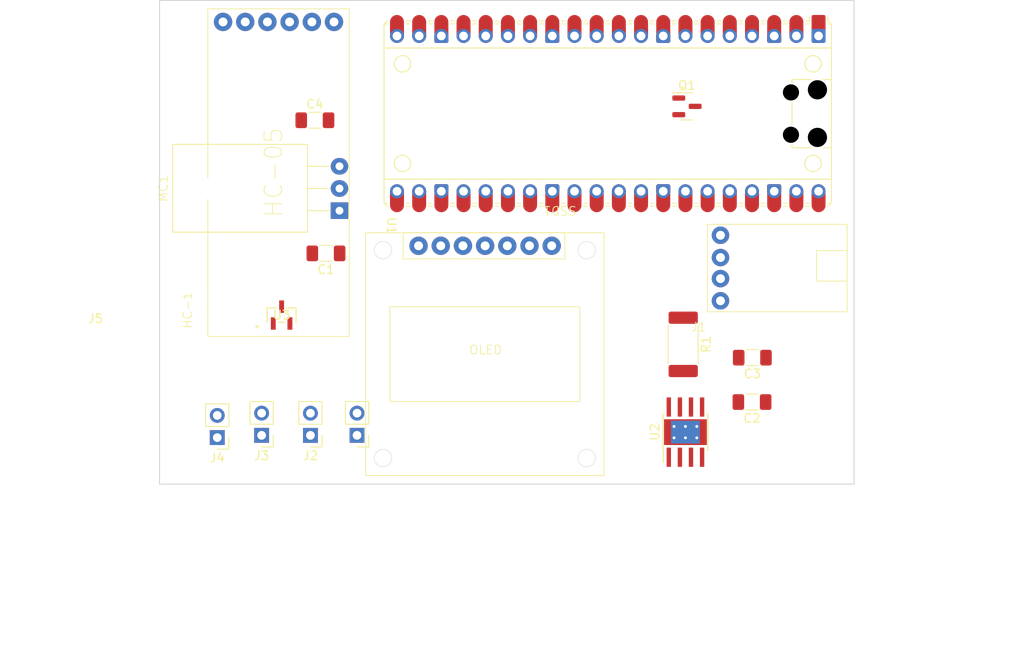
<source format=kicad_pcb>
(kicad_pcb (version 20221018) (generator pcbnew)
  (layers (0 "F.Cu" signal) (31 "B.Cu" signal) (34 "B.Paste" user) (35 "F.Paste" user) (36 "B.SilkS" user "B.Silkscreen") (37 "F.SilkS" user "F.Silkscreen") (38 "B.Mask" user) (39 "F.Mask" user) (44 "Edge.Cuts" user))
  (net 0 "")
  (net 1 "V_USB")
  (net 2 "GND")
  (net 3 "V_REG")
  (net 5 "/BLUE_RX")
  (net 6 "/BLUE_TX")
  (net 7 "/3.3V")
  (net 9 "/HBRG_OUT1")
  (net 10 "/HBRG_OUT2")
  (net 11 "/LID")
  (net 12 "/BLOCK")
  (net 13 "Net-(J5-Pin_2)")
  (net 14 "Net-(Q1-G)")
  (net 15 "Net-(Q1-S)")
  (net 16 "Net-(U2-ISEN)")
  (net 17 "/SCK")
  (net 18 "/SDA")
  (net 19 "/RES")
  (net 20 "/DC")
  (net 21 "/CS")
  (net 22 "/HBRG_IN2")
  (net 23 "/HBRG_IN1")
  (net 24 "/FAN")
  (footprint "Capacitor_SMD:C_1206_3216Metric_Pad1.33x1.80mm_HandSolder" (layer "F.Cu") (at 221.5265 89.408 180)
    (fp_text reference "C3" (at 0 -1.85) (layer "F.SilkS"))
    (fp_text value "47uF")
    (fp_line (start -0.711252 -0.91) (end 0.711252 -0.91) (stroke (width 0.12)) (layer "F.SilkS"))
    (fp_line (start -0.711252 0.91) (end 0.711252 0.91) (stroke (width 0.12)) (layer "F.SilkS"))
    (pad "1" smd roundrect (at -1.5625 0 180) (size 1.325 1.8) (layers "F.Cu" "F.Paste" "F.Mask") (roundrect_rratio 0.188679) (net 1 "V_USB"))
    (pad "2" smd roundrect (at 1.5625 0 180) (size 1.325 1.8) (layers "F.Cu" "F.Paste" "F.Mask") (roundrect_rratio 0.188679) (net 2 "GND"))
  )
  (footprint "Package_TO_SOT_SMD:SOT-23" (layer "F.Cu") (at 214.0435 60.64)
    (fp_text reference "Q1" (at 0 -2.4) (layer "F.SilkS"))
    (fp_text value "DMG2301L")
    (fp_line (start 0 -1.56) (end -1.675 -1.56) (stroke (width 0.12)) (layer "F.SilkS"))
    (fp_line (start 0 -1.56) (end 0.65 -1.56) (stroke (width 0.12)) (layer "F.SilkS"))
    (fp_line (start 0 1.56) (end -0.65 1.56) (stroke (width 0.12)) (layer "F.SilkS"))
    (fp_line (start 0 1.56) (end 0.65 1.56) (stroke (width 0.12)) (layer "F.SilkS"))
    (pad "1" smd roundrect (at -0.9375 -0.95) (size 1.475 0.6) (layers "F.Cu" "F.Paste" "F.Mask") (net 14 "Net-(Q1-G)"))
    (pad "2" smd roundrect (at -0.9375 0.95) (size 1.475 0.6) (layers "F.Cu" "F.Paste" "F.Mask") (net 15 "Net-(Q1-S)"))
    (pad "3" smd roundrect (at 0.9375 0) (size 1.475 0.6) (layers "F.Cu" "F.Paste" "F.Mask") (net 3 "V_REG"))
  )
  (footprint "Capacitor_SMD:C_1206_3216Metric_Pad1.33x1.80mm_HandSolder" (layer "F.Cu") (at 171.45 62.23)
    (fp_text reference "C4" (at 0 -1.85) (layer "F.SilkS"))
    (fp_text value "0.1uF")
    (fp_line (start -0.711252 -0.91) (end 0.711252 -0.91) (stroke (width 0.12)) (layer "F.SilkS"))
    (fp_line (start -0.711252 0.91) (end 0.711252 0.91) (stroke (width 0.12)) (layer "F.SilkS"))
    (pad "1" smd roundrect (at -1.5625 0) (size 1.325 1.8) (layers "F.Cu" "F.Paste" "F.Mask") (roundrect_rratio 0.188679) (net 1 "V_USB"))
    (pad "2" smd roundrect (at 1.5625 0) (size 1.325 1.8) (layers "F.Cu" "F.Paste" "F.Mask") (roundrect_rratio 0.188679) (net 2 "GND"))
  )
  (footprint "Custom_footprints:MC7805_TO-220_THT" (layer "F.Cu") (at 170.604 75.0415 90)
    (fp_text reference "MC1" (at 5 -16.5 90 unlocked) (layer "F.SilkS") (effects (font (thickness 0.1))))
    (fp_text value "~")
    (fp_line (start 2.46 0) (end 2.46 2.5) (stroke (width 0.12)) (layer "F.SilkS"))
    (fp_line (start 5 -0.03) (end 5 2.51) (stroke (width 0.12)) (layer "F.SilkS"))
    (fp_line (start 7.54 -0.03) (end 7.54 2.51) (stroke (width 0.12)) (layer "F.SilkS"))
    (fp_rect (start 0 -15.44) (end 10.05 0) (stroke (width 0.12)) (fill none) (layer "F.SilkS"))
    (pad "" np_thru_hole oval (at 5 -12.8 90) (size 3.64 3.64) (drill 3.64) (layers "F&B.Cu" "*.Mask"))
    (pad "1" thru_hole rect (at 2.46 3.66 90) (size 1.905 2) (drill 0.9) (layers "*.Cu" "*.Mask") (net 1 "V_USB"))
    (pad "2" thru_hole oval (at 5 3.66 90) (size 1.905 2) (drill 0.9) (layers "*.Cu" "*.Mask") (net 2 "GND"))
    (pad "3" thru_hole oval (at 7.54 3.66 90) (size 1.905 2) (drill 0.9) (layers "*.Cu" "*.Mask") (net 3 "V_REG"))
  )
  (footprint "Capacitor_SMD:C_1206_3216Metric_Pad1.33x1.80mm_HandSolder" (layer "F.Cu") (at 221.488 94.488 180)
    (fp_text reference "C2" (at 0 -1.85) (layer "F.SilkS"))
    (fp_text value "1uF")
    (fp_line (start -0.711252 -0.91) (end 0.711252 -0.91) (stroke (width 0.12)) (layer "F.SilkS"))
    (fp_line (start -0.711252 0.91) (end 0.711252 0.91) (stroke (width 0.12)) (layer "F.SilkS"))
    (pad "1" smd roundrect (at -1.5625 0 180) (size 1.325 1.8) (layers "F.Cu" "F.Paste" "F.Mask") (roundrect_rratio 0.188679) (net 3 "V_REG"))
    (pad "2" smd roundrect (at 1.5625 0 180) (size 1.325 1.8) (layers "F.Cu" "F.Paste" "F.Mask") (roundrect_rratio 0.188679) (net 2 "GND"))
  )
  (footprint "Resistor_SMD:R_2512_6332Metric_Pad1.40x3.35mm_HandSolder" (layer "F.Cu") (at 213.614 87.884 -90)
    (fp_text reference "R1" (at 0 -2.62 90) (layer "F.SilkS"))
    (fp_text value "0.1")
    (fp_line (start -2.177064 -1.71) (end 2.177064 -1.71) (stroke (width 0.12)) (layer "F.SilkS"))
    (fp_line (start -2.177064 1.71) (end 2.177064 1.71) (stroke (width 0.12)) (layer "F.SilkS"))
    (pad "1" smd roundrect (at -3.05 0 270) (size 1.4 3.35) (layers "F.Cu" "F.Paste" "F.Mask") (roundrect_rratio 0.178571) (net 16 "Net-(U2-ISEN)"))
    (pad "2" smd roundrect (at 3.05 0 270) (size 1.4 3.35) (layers "F.Cu" "F.Paste" "F.Mask") (roundrect_rratio 0.178571) (net 2 "GND"))
  )
  (footprint "Connector_PinHeader_2.54mm:PinHeader_1x02_P2.54mm_Vertical" (layer "F.Cu") (at 165.354 98.298 180)
    (fp_text reference "J3" (at 0 -2.33) (layer "F.SilkS"))
    (fp_text value "LID")
    (fp_line (start -1.33 -1.33) (end 0 -1.33) (stroke (width 0.12)) (layer "F.SilkS"))
    (fp_line (start -1.33 0) (end -1.33 -1.33) (stroke (width 0.12)) (layer "F.SilkS"))
    (fp_line (start -1.33 1.27) (end -1.33 3.87) (stroke (width 0.12)) (layer "F.SilkS"))
    (fp_line (start -1.33 1.27) (end 1.33 1.27) (stroke (width 0.12)) (layer "F.SilkS"))
    (fp_line (start -1.33 3.87) (end 1.33 3.87) (stroke (width 0.12)) (layer "F.SilkS"))
    (fp_line (start 1.33 1.27) (end 1.33 3.87) (stroke (width 0.12)) (layer "F.SilkS"))
    (pad "1" thru_hole rect (at 0 0 180) (size 1.7 1.7) (drill 1) (layers "*.Cu" "*.Mask") (net 11 "/LID"))
    (pad "2" thru_hole oval (at 0 2.54 180) (size 1.7 1.7) (drill 1) (layers "*.Cu" "*.Mask") (net 2 "GND"))
  )
  (footprint "Connector_PinHeader_2.54mm:PinHeader_1x02_P2.54mm_Vertical" (layer "F.Cu") (at 160.274 98.557 180)
    (fp_text reference "J4" (at 0 -2.33) (layer "F.SilkS"))
    (fp_text value "BLOCK")
    (fp_line (start -1.33 -1.33) (end 0 -1.33) (stroke (width 0.12)) (layer "F.SilkS"))
    (fp_line (start -1.33 0) (end -1.33 -1.33) (stroke (width 0.12)) (layer "F.SilkS"))
    (fp_line (start -1.33 1.27) (end -1.33 3.87) (stroke (width 0.12)) (layer "F.SilkS"))
    (fp_line (start -1.33 1.27) (end 1.33 1.27) (stroke (width 0.12)) (layer "F.SilkS"))
    (fp_line (start -1.33 3.87) (end 1.33 3.87) (stroke (width 0.12)) (layer "F.SilkS"))
    (fp_line (start 1.33 1.27) (end 1.33 3.87) (stroke (width 0.12)) (layer "F.SilkS"))
    (pad "1" thru_hole rect (at 0 0 180) (size 1.7 1.7) (drill 1) (layers "*.Cu" "*.Mask") (net 12 "/BLOCK"))
    (pad "2" thru_hole oval (at 0 2.54 180) (size 1.7 1.7) (drill 1) (layers "*.Cu" "*.Mask") (net 2 "GND"))
  )
  (footprint "footprints:SOT-23_ONS" (layer "F.Cu") (at 167.64 84.5312)
    (fp_text reference "U3" (at 0 0 unlocked) (layer "F.SilkS"))
    (fp_text value "NTR3C21NZT1G")
    (fp_line (start -1.651 -0.8255) (end -1.651 0.8255) (stroke (width 0.1524)) (layer "F.SilkS"))
    (fp_line (start -0.61214 -0.8255) (end -1.651 -0.8255) (stroke (width 0.1524)) (layer "F.SilkS"))
    (fp_line (start -0.34036 0.8255) (end 0.34036 0.8255) (stroke (width 0.1524)) (layer "F.SilkS"))
    (fp_line (start 1.651 -0.8255) (end 0.61214 -0.8255) (stroke (width 0.1524)) (layer "F.SilkS"))
    (fp_line (start 1.651 0.8255) (end 1.651 -0.8255) (stroke (width 0.1524)) (layer "F.SilkS"))
    (fp_circle (center -2.794 1.3208) (end -2.667 1.3208) (stroke (width 0.1524)) (fill none) (layer "F.SilkS"))
    (pad "1" smd rect (at -0.9525 0.9652) (size 0.5588 1.4224) (layers "F.Cu" "F.Paste" "F.Mask") (net 24 "/FAN"))
    (pad "2" smd rect (at 0.9525 0.9652) (size 0.5588 1.4224) (layers "F.Cu" "F.Paste" "F.Mask") (net 2 "GND"))
    (pad "3" smd rect (at 0 -0.9652) (size 0.5588 1.4224) (layers "F.Cu" "F.Paste" "F.Mask") (net 13 "Net-(J5-Pin_2)"))
  )
  (footprint "Custom_footprints:SSD1306" (layer "F.Cu") (at 204.558 75.1 180)
    (fp_text reference "SSD1" (at 5.08 2.54 180 unlocked) (layer "F.SilkS") (effects (font (thickness 0.1))))
    (fp_text value "~")
    (fp_text user "OLED " (at 15.5 -14 unlocked) (layer "F.SilkS") (effects (font (thickness 0.1)) (justify left bottom)))
    (fp_rect (start 0 0) (end 27.3 -27.8) (stroke (width 0.1)) (fill none) (layer "F.SilkS"))
    (fp_rect (start 2.778 -19.332) (end 24.522 -8.468) (stroke (width 0.1)) (fill none) (layer "F.SilkS"))
    (fp_rect (start 4.5 -3) (end 23 0) (stroke (width 0.1)) (fill none) (layer "F.SilkS"))
    (fp_circle (center 2 -25.8) (end 3 -25.8) (stroke (width 0.05)) (fill none) (layer "Edge.Cuts"))
    (fp_circle (center 2 -2) (end 3 -2) (stroke (width 0.05)) (fill none) (layer "Edge.Cuts"))
    (fp_circle (center 25.1 -27.811077) (end 25.1 -27.811077) (stroke (width 0.05)) (fill none) (layer "Edge.Cuts"))
    (fp_circle (center 25.3 -25.8) (end 26.3 -25.8) (stroke (width 0.05)) (fill none) (layer "Edge.Cuts"))
    (fp_circle (center 25.3 -2) (end 26.3 -2) (stroke (width 0.05)) (fill none) (layer "Edge.Cuts"))
    (pad "1" thru_hole circle (at 21.24 -1.5 180) (size 2.1 2.1) (drill 1.02) (layers "*.Cu" "*.Mask") (net 2 "GND"))
    (pad "2" thru_hole circle (at 18.7 -1.5 180) (size 2.1 2.1) (drill 1.02) (layers "*.Cu" "*.Mask") (net 7 "/3.3V"))
    (pad "3" thru_hole circle (at 16.16 -1.5 180) (size 2.1 2.1) (drill 1.02) (layers "*.Cu" "*.Mask") (net 17 "/SCK"))
    (pad "4" thru_hole circle (at 13.62 -1.5 180) (size 2.1 2.1) (drill 1.02) (layers "*.Cu" "*.Mask") (net 18 "/SDA"))
    (pad "5" thru_hole circle (at 11.08 -1.5 180) (size 2.1 2.1) (drill 1.02) (layers "*.Cu" "*.Mask") (net 19 "/RES"))
    (pad "6" thru_hole circle (at 8.54 -1.5 180) (size 2.1 2.1) (drill 1.02) (layers "*.Cu" "*.Mask") (net 20 "/DC"))
    (pad "7" thru_hole circle (at 6 -1.5 270) (size 2.1 2.1) (drill 1.02) (layers "*.Cu" "*.Mask") (net 21 "/CS"))
  )
  (footprint "Capacitor_SMD:C_1206_3216Metric_Pad1.33x1.80mm_HandSolder" (layer "F.Cu") (at 172.72 77.47 180)
    (fp_text reference "C1" (at 0 -1.85) (layer "F.SilkS"))
    (fp_text value "0.33uF")
    (fp_line (start -0.711252 -0.91) (end 0.711252 -0.91) (stroke (width 0.12)) (layer "F.SilkS"))
    (fp_line (start -0.711252 0.91) (end 0.711252 0.91) (stroke (width 0.12)) (layer "F.SilkS"))
    (pad "1" smd roundrect (at -1.5625 0 180) (size 1.325 1.8) (layers "F.Cu" "F.Paste" "F.Mask") (roundrect_rratio 0.188679) (net 1 "V_USB"))
    (pad "2" smd roundrect (at 1.5625 0 180) (size 1.325 1.8) (layers "F.Cu" "F.Paste" "F.Mask") (roundrect_rratio 0.188679) (net 2 "GND"))
  )
  (footprint "Custom_footprints:USB_PD" (layer "F.Cu") (at 216.382 84.148)
    (fp_text reference "J1" (at -1.002 1.738 unlocked) (layer "F.SilkS") (effects (font (thickness 0.1))))
    (fp_text value "Conn_01x04")
    (fp_line (start 12.5 -7) (end 12.5 -3.5) (stroke (width 0.1)) (layer "F.SilkS"))
    (fp_line (start 12.5 -3.5) (end 16 -3.5) (stroke (width 0.1)) (layer "F.SilkS"))
    (fp_line (start 16 -7) (end 12.5 -7) (stroke (width 0.1)) (layer "F.SilkS"))
    (fp_rect (start 0 -10) (end 16 0) (stroke (width 0.1)) (fill none) (layer "F.SilkS"))
    (pad "1" thru_hole circle (at 1.5 -8.75) (size 2 2) (drill 1.02) (layers "*.Cu" "*.Mask") (net 1 "V_USB"))
    (pad "2" thru_hole circle (at 1.5 -6.2) (size 2 2) (drill 1.02) (layers "*.Cu" "*.Mask") (net 1 "V_USB"))
    (pad "3" thru_hole circle (at 1.5 -3.79) (size 2 2) (drill 1.02) (layers "*.Cu" "*.Mask") (net 2 "GND"))
    (pad "4" thru_hole circle (at 1.5 -1.25) (size 2 2) (drill 1.02) (layers "*.Cu" "*.Mask") (net 2 "GND"))
  )
  (footprint "Connector_PinHeader_2.54mm:PinHeader_1x02_P2.54mm_Vertical" (layer "F.Cu") (at 176.276 98.298 180)
    (fp_text reference "J5" (at 29.942 13.363) (layer "F.SilkS"))
    (fp_text value "FAN")
    (fp_line (start -1.33 -1.33) (end 0 -1.33) (stroke (width 0.12)) (layer "F.SilkS"))
    (fp_line (start -1.33 0) (end -1.33 -1.33) (stroke (width 0.12)) (layer "F.SilkS"))
    (fp_line (start -1.33 1.27) (end -1.33 3.87) (stroke (width 0.12)) (layer "F.SilkS"))
    (fp_line (start -1.33 1.27) (end 1.33 1.27) (stroke (width 0.12)) (layer "F.SilkS"))
    (fp_line (start -1.33 3.87) (end 1.33 3.87) (stroke (width 0.12)) (layer "F.SilkS"))
    (fp_line (start 1.33 1.27) (end 1.33 3.87) (stroke (width 0.12)) (layer "F.SilkS"))
    (pad "1" thru_hole rect (at 0 0 180) (size 1.7 1.7) (drill 1) (layers "*.Cu" "*.Mask") (net 1 "V_USB"))
    (pad "2" thru_hole oval (at 0 2.54 180) (size 1.7 1.7) (drill 1) (layers "*.Cu" "*.Mask") (net 13 "Net-(J5-Pin_2)"))
  )
  (footprint "Custom_footprints:HC-05" (layer "F.Cu") (at 175.386 86.976 90)
    (fp_text reference "HC-1" (at 3 -18.5 90 unlocked) (layer "F.SilkS") (effects (font (thickness 0.1))))
    (fp_text value "~")
    (fp_text user "HC-05" (at 13.5 -7.5 90 unlocked) (layer "F.SilkS") (effects (font (size 2 2) (thickness 0.1)) (justify left bottom)))
    (fp_rect (start 0 0) (end 37.5 -16.2) (stroke (width 0.1)) (fill none) (layer "F.SilkS"))
    (pad "1" thru_hole circle (at 36 -1.75 90) (size 2.1 2.1) (drill 1.02) (layers "*.Cu" "*.Mask"))
    (pad "2" thru_hole circle (at 36 -4.28 90) (size 2.1 2.1) (drill 1.02) (layers "*.Cu" "*.Mask") (net 5 "/BLUE_RX"))
    (pad "3" thru_hole circle (at 36 -6.83 90) (size 2.1 2.1) (drill 1.02) (layers "*.Cu" "*.Mask") (net 6 "/BLUE_TX"))
    (pad "4" thru_hole circle (at 36 -9.37 90) (size 2.1 2.1) (drill 1.02) (layers "*.Cu" "*.Mask") (net 2 "GND"))
    (pad "5" thru_hole circle (at 36 -11.91 90) (size 2.1 2.1) (drill 1.02) (layers "*.Cu" "*.Mask") (net 7 "/3.3V"))
    (pad "6" thru_hole circle (at 36 -14.45 90) (size 2.1 2.1) (drill 1.02) (layers "*.Cu" "*.Mask"))
  )
  (footprint "Module_RaspberryPi_Pico:RaspberryPi_Pico_Common" (layer "F.Cu") (at 204.978 61.468 -90)
    (fp_text reference "U1" (at 11.7475 24.765 -90 unlocked) (layer "F.SilkS") (effects (justify left)))
    (fp_text value "RaspberryPi_Pico")
    (fp_line (start -10.61 -23.07) (end -11.09 -23.07) (stroke (width 0.12)) (layer "F.SilkS"))
    (fp_line (start -10.61 -23.07) (end -10.61 -22.65) (stroke (width 0.12)) (layer "F.SilkS"))
    (fp_line (start -10.61 -20.53) (end -10.61 -20.11) (stroke (width 0.12)) (layer "F.SilkS"))
    (fp_line (start -10.61 -17.99) (end -10.61 -17.57) (stroke (width 0.12)) (layer "F.SilkS"))
    (fp_line (start -10.61 -15.45) (end -10.61 -15.03) (stroke (width 0.12)) (layer "F.SilkS"))
    (fp_line (start -10.61 -12.91) (end -10.61 -12.49) (stroke (width 0.12)) (layer "F.SilkS"))
    (fp_line (start -10.61 -10.37) (end -10.61 -9.95) (stroke (width 0.12)) (layer "F.SilkS"))
    (fp_line (start -10.61 -7.83) (end -10.61 -7.41) (stroke (width 0.12)) (layer "F.SilkS"))
    (fp_line (start -10.61 -5.29) (end -10.61 -4.87) (stroke (width 0.12)) (layer "F.SilkS"))
    (fp_line (start -10.61 -2.75) (end -10.61 -2.33) (stroke (width 0.12)) (layer "F.SilkS"))
    (fp_line (start -10.61 -0.21) (end -10.61 0.21) (stroke (width 0.12)) (layer "F.SilkS"))
    (fp_line (start -10.61 2.33) (end -10.61 2.75) (stroke (width 0.12)) (layer "F.SilkS"))
    (fp_line (start -10.61 4.87) (end -10.61 5.29) (stroke (width 0.12)) (layer "F.SilkS"))
    (fp_line (start -10.61 7.41) (end -10.61 7.83) (stroke (width 0.12)) (layer "F.SilkS"))
    (fp_line (start -10.61 9.95) (end -10.61 10.37) (stroke (width 0.12)) (layer "F.SilkS"))
    (fp_line (start -10.61 12.49) (end -10.61 12.91) (stroke (width 0.12)) (layer "F.SilkS"))
    (fp_line (start -10.61 15.03) (end -10.61 15.45) (stroke (width 0.12)) (layer "F.SilkS"))
    (fp_line (start -10.61 17.57) (end -10.61 17.99) (stroke (width 0.12)) (layer "F.SilkS"))
    (fp_line (start -10.61 20.11) (end -10.61 20.53) (stroke (width 0.12)) (layer "F.SilkS"))
    (fp_line (start -10.61 22.65) (end -10.61 23.07) (stroke (width 0.12)) (layer "F.SilkS"))
    (fp_line (start -10.579676 -25.189937) (end -11.09 -25.19) (stroke (width 0.12)) (layer "F.SilkS"))
    (fp_line (start -10.27 -25.189937) (end -10.27 -25.547) (stroke (width 0.12)) (layer "F.SilkS"))
    (fp_line (start -10.27 -23.07) (end -10.27 -22.65) (stroke (width 0.12)) (layer "F.SilkS"))
    (fp_line (start -10.27 -20.53) (end -10.27 -20.11) (stroke (width 0.12)) (layer "F.SilkS"))
    (fp_line (start -10.27 -17.99) (end -10.27 -17.57) (stroke (width 0.12)) (layer "F.SilkS"))
    (fp_line (start -10.27 -15.45) (end -10.27 -15.03) (stroke (width 0.12)) (layer "F.SilkS"))
    (fp_line (start -10.27 -12.91) (end -10.27 -12.49) (stroke (width 0.12)) (layer "F.SilkS"))
    (fp_line (start -10.27 -10.37) (end -10.27 -9.95) (stroke (width 0.12)) (layer "F.SilkS"))
    (fp_line (start -10.27 -7.83) (end -10.27 -7.41) (stroke (width 0.12)) (layer "F.SilkS"))
    (fp_line (start -10.27 -5.29) (end -10.27 -4.87) (stroke (width 0.12)) (layer "F.SilkS"))
    (fp_line (start -10.27 -2.75) (end -10.27 -2.33) (stroke (width 0.12)) (layer "F.SilkS"))
    (fp_line (start -10.27 -0.21) (end -10.27 0.21) (stroke (width 0.12)) (layer "F.SilkS"))
    (fp_line (start -10.27 2.33) (end -10.27 2.75) (stroke (width 0.12)) (layer "F.SilkS"))
    (fp_line (start -10.27 4.87) (end -10.27 5.29) (stroke (width 0.12)) (layer "F.SilkS"))
    (fp_line (start -10.27 7.41) (end -10.27 7.83) (stroke (width 0.12)) (layer "F.SilkS"))
    (fp_line (start -10.27 9.95) (end -10.27 10.37) (stroke (width 0.12)) (layer "F.SilkS"))
    (fp_line (start -10.27 12.49) (end -10.27 12.91) (stroke (width 0.12)) (layer "F.SilkS"))
    (fp_line (start -10.27 15.03) (end -10.27 15.45) (stroke (width 0.12)) (layer "F.SilkS"))
    (fp_line (start -10.27 17.57) (end -10.27 17.99) (stroke (width 0.12)) (layer "F.SilkS"))
    (fp_line (start -10.27 20.11) (end -10.27 20.53) (stroke (width 0.12)) (layer "F.SilkS"))
    (fp_line (start -10.27 22.65) (end -10.27 23.07) (stroke (width 0.12)) (layer "F.SilkS"))
    (fp_line (start -10.27 25.189937) (end -10.27 25.547) (stroke (width 0.12)) (layer "F.SilkS"))
    (fp_line (start -10 -25.61) (end -7.51 -25.61) (stroke (width 0.12)) (layer "F.SilkS"))
    (fp_line (start -10 25.61) (end -3.6 25.61) (stroke (width 0.12)) (layer "F.SilkS"))
    (fp_line (start -7.51 -25.61) (end -7.51 -24.69648) (stroke (width 0.12)) (layer "F.SilkS"))
    (fp_line (start -7.51 -25.61) (end -4.235 -25.61) (stroke (width 0.12)) (layer "F.SilkS"))
    (fp_line (start -7.51 -24.69648) (end -7.51 -22.30352) (stroke (width 0.12)) (layer "F.SilkS"))
    (fp_line (start -7.51 -22.30352) (end -7.51 22.30352) (stroke (width 0.12)) (layer "F.SilkS"))
    (fp_line (start -7.51 22.30352) (end -7.51 24.69648) (stroke (width 0.12)) (layer "F.SilkS"))
    (fp_line (start -7.51 24.69648) (end -7.51 25.61) (stroke (width 0.12)) (layer "F.SilkS"))
    (fp_line (start -4.235 -25.61) (end 4.235 -25.61) (stroke (width 0.12)) (layer "F.SilkS"))
    (fp_line (start -3.9 -25.61) (end -3.9 -24.694) (stroke (width 0.12)) (layer "F.SilkS"))
    (fp_line (start -3.9 -23.3152) (end -3.9 -21.09) (stroke (width 0.12)) (layer "F.SilkS"))
    (fp_line (start -3.9 -21.09) (end -3.60391 -21.09) (stroke (width 0.12)) (layer "F.SilkS"))
    (fp_line (start -1.24609 -21.09) (end 1.24609 -21.09) (stroke (width 0.12)) (layer "F.SilkS"))
    (fp_line (start 3.6 25.61) (end -3.6 25.61) (stroke (width 0.12)) (layer "F.SilkS"))
    (fp_line (start 3.6 25.61) (end 10 25.61) (stroke (width 0.12)) (layer "F.SilkS"))
    (fp_line (start 3.60391 -21.09) (end 3.9 -21.09) (stroke (width 0.12)) (layer "F.SilkS"))
    (fp_line (start 3.9 -25.61) (end 3.9 -24.694) (stroke (width 0.12)) (layer "F.SilkS"))
    (fp_line (start 3.9 -23.3152) (end 3.9 -21.09) (stroke (width 0.12)) (layer "F.SilkS"))
    (fp_line (start 4.235 -25.61) (end 7.51 -25.61) (stroke (width 0.12)) (layer "F.SilkS"))
    (fp_line (start 7.51 -25.61) (end 7.51 -24.69648) (stroke (width 0.12)) (layer "F.SilkS"))
    (fp_line (start 7.51 -24.69648) (end 7.51 -22.30352) (stroke (width 0.12)) (layer "F.SilkS"))
    (fp_line (start 7.51 -22.30352) (end 7.51 22.30352) (stroke (width 0.12)) (layer "F.SilkS"))
    (fp_line (start 7.51 22.30352) (end 7.51 24.69648) (stroke (width 0.12)) (layer "F.SilkS"))
    (fp_line (start 7.51 24.69648) (end 7.51 25.61) (stroke (width 0.12)) (layer "F.SilkS"))
    (fp_line (start 10 -25.61) (end 7.51 -25.61) (stroke (width 0.12)) (layer "F.SilkS"))
    (fp_line (start 10.27 -25.189937) (end 10.27 -25.547) (stroke (width 0.12)) (layer "F.SilkS"))
    (fp_line (start 10.27 -23.07) (end 10.27 -22.65) (stroke (width 0.12)) (layer "F.SilkS"))
    (fp_line (start 10.27 -20.53) (end 10.27 -20.11) (stroke (width 0.12)) (layer "F.SilkS"))
    (fp_line (start 10.27 -17.99) (end 10.27 -17.57) (stroke (width 0.12)) (layer "F.SilkS"))
    (fp_line (start 10.27 -15.45) (end 10.27 -15.03) (stroke (width 0.12)) (layer "F.SilkS"))
    (fp_line (start 10.27 -12.91) (end 10.27 -12.49) (stroke (width 0.12)) (layer "F.SilkS"))
    (fp_line (start 10.27 -10.37) (end 10.27 -9.95) (stroke (width 0.12)) (layer "F.SilkS"))
    (fp_line (start 10.27 -7.83) (end 10.27 -7.41) (stroke (width 0.12)) (layer "F.SilkS"))
    (fp_line (start 10.27 -5.29) (end 10.27 -4.87) (stroke (width 0.12)) (layer "F.SilkS"))
    (fp_line (start 10.27 -2.75) (end 10.27 -2.33) (stroke (width 0.12)) (layer "F.SilkS"))
    (fp_line (start 10.27 -0.21) (end 10.27 0.21) (stroke (width 0.12)) (layer "F.SilkS"))
    (fp_line (start 10.27 2.33) (end 10.27 2.75) (stroke (width 0.12)) (layer "F.SilkS"))
    (fp_line (start 10.27 4.87) (end 10.27 5.29) (stroke (width 0.12)) (layer "F.SilkS"))
    (fp_line (start 10.27 7.41) (end 10.27 7.83) (stroke (width 0.12)) (layer "F.SilkS"))
    (fp_line (start 10.27 9.95) (end 10.27 10.37) (stroke (width 0.12)) (layer "F.SilkS"))
    (fp_line (start 10.27 12.49) (end 10.27 12.91) (stroke (width 0.12)) (layer "F.SilkS"))
    (fp_line (start 10.27 15.03) (end 10.27 15.45) (stroke (width 0.12)) (layer "F.SilkS"))
    (fp_line (start 10.27 17.57) (end 10.27 17.99) (stroke (width 0.12)) (layer "F.SilkS"))
    (fp_line (start 10.27 20.11) (end 10.27 20.53) (stroke (width 0.12)) (layer "F.SilkS"))
    (fp_line (start 10.27 22.65) (end 10.27 23.07) (stroke (width 0.12)) (layer "F.SilkS"))
    (fp_line (start 10.27 25.189937) (end 10.27 25.547) (stroke (width 0.12)) (layer "F.SilkS"))
    (fp_line (start 10.61 -23.07) (end 10.61 -22.65) (stroke (width 0.12)) (layer "F.SilkS"))
    (fp_line (start 10.61 -20.53) (end 10.61 -20.11) (stroke (width 0.12)) (layer "F.SilkS"))
    (fp_line (start 10.61 -17.99) (end 10.61 -17.57) (stroke (width 0.12)) (layer "F.SilkS"))
    (fp_line (start 10.61 -15.45) (end 10.61 -15.03) (stroke (width 0.12)) (layer "F.SilkS"))
    (fp_line (start 10.61 -12.91) (end 10.61 -12.49) (stroke (width 0.12)) (layer "F.SilkS"))
    (fp_line (start 10.61 -10.37) (end 10.61 -9.95) (stroke (width 0.12)) (layer "F.SilkS"))
    (fp_line (start 10.61 -7.83) (end 10.61 -7.41) (stroke (width 0.12)) (layer "F.SilkS"))
    (fp_line (start 10.61 -5.29) (end 10.61 -4.87) (stroke (width 0.12)) (layer "F.SilkS"))
    (fp_line (start 10.61 -2.75) (end 10.61 -2.33) (stroke (width 0.12)) (layer "F.SilkS"))
    (fp_line (start 10.61 -0.21) (end 10.61 0.21) (stroke (width 0.12)) (layer "F.SilkS"))
    (fp_line (start 10.61 2.33) (end 10.61 2.75) (stroke (width 0.12)) (layer "F.SilkS"))
    (fp_line (start 10.61 4.87) (end 10.61 5.29) (stroke (width 0.12)) (layer "F.SilkS"))
    (fp_line (start 10.61 7.41) (end 10.61 7.83) (stroke (width 0.12)) (layer "F.SilkS"))
    (fp_line (start 10.61 9.95) (end 10.61 10.37) (stroke (width 0.12)) (layer "F.SilkS"))
    (fp_line (start 10.61 12.49) (end 10.61 12.91) (stroke (width 0.12)) (layer "F.SilkS"))
    (fp_line (start 10.61 15.03) (end 10.61 15.45) (stroke (width 0.12)) (layer "F.SilkS"))
    (fp_line (start 10.61 17.57) (end 10.61 17.99) (stroke (width 0.12)) (layer "F.SilkS"))
    (fp_line (start 10.61 20.11) (end 10.61 20.53) (stroke (width 0.12)) (layer "F.SilkS"))
    (fp_line (start 10.61 22.65) (end 10.61 23.07) (stroke (width 0.12)) (layer "F.SilkS"))
    (fp_arc (start -10.579676 -25.189937) (mid -10.357938 -25.493944) (end -10 -25.61) (stroke (width 0.12)) (layer "F.SilkS"))
    (fp_arc (start -10 25.61) (mid -10.357937 25.493944) (end -10.579676 25.189937) (stroke (width 0.12)) (layer "F.SilkS"))
    (fp_arc (start 10 -25.61) (mid 10.357937 -25.493944) (end 10.579676 -25.189937) (stroke (width 0.12)) (layer "F.SilkS"))
    (fp_arc (start 10.579676 25.189937) (mid 10.357949 25.493953) (end 10 25.61) (stroke (width 0.12)) (layer "F.SilkS"))
    (fp_circle (center -5.7 -23.5) (end -4.76 -23.5) (stroke (width 0.12)) (fill none) (layer "F.SilkS"))
    (fp_circle (center -5.7 23.5) (end -4.76 23.5) (stroke (width 0.12)) (fill none) (layer "F.SilkS"))
    (fp_circle (center 5.7 -23.5) (end 6.64 -23.5) (stroke (width 0.12)) (fill none) (layer "F.SilkS"))
    (fp_circle (center 5.7 23.5) (end 6.64 23.5) (stroke (width 0.12)) (fill none) (layer "F.SilkS"))
    (pad "" np_thru_hole circle (at -2.725 -24 270) (size 2.2 2.2) (drill 2.2) (layers "*.Mask"))
    (pad "" np_thru_hole circle (at -2.425 -20.97 270) (size 1.85 1.85) (drill 1.85) (layers "*.Mask"))
    (pad "" np_thru_hole circle (at 2.425 -20.97 270) (size 1.85 1.85) (drill 1.85) (layers "*.Mask"))
    (pad "" np_thru_hole circle (at 2.725 -24 270) (size 2.2 2.2) (drill 2.2) (layers "*.Mask"))
    (pad "1" thru_hole roundrect (at -8.89 -24.13 270) (size 1.6 1.6) (drill 1) (layers "*.Cu" "*.Mask") (roundrect_rratio 0.125) (net 5 "/BLUE_RX"))
    (pad "1" smd custom (at -8.89 -24.13 270) (size 1.6 1.6) (layers "F.Cu" "F.Mask") (net 5 "/BLUE_RX") (options (clearance outline) (anchor circle)) (primitives (gr_poly (pts (xy -2.4 0.6) (xy -2.4 -0.6) (xy -2.2 -0.8) (xy 0 -0.8) (xy 0 0.8) (xy -2.2 0.8)) (width 0) (fill yes)) (gr_circle (center -2.2 0.6) (end -2 0.6) (width 0) (fill yes)) (gr_circle (center -2.2 -0.6) (end -2 -0.6) (width 0) (fill yes))))
    (pad "2" thru_hole circle (at -8.89 -21.59 270) (size 1.6 1.6) (drill 1) (layers "*.Cu" "*.Mask") (net 6 "/BLUE_TX"))
    (pad "2" smd roundrect (at -8.89 -21.59 270) (size 3.2 1.6) (drill (offset -0.8 0)) (layers "F.Cu" "F.Mask") (roundrect_rratio 0.5) (net 6 "/BLUE_TX"))
    (pad "3" thru_hole custom (at -8.89 -19.05 270) (size 1.6 1.6) (drill 1) (layers "*.Cu" "*.Mask") (net 2 "GND") (options (clearance outline) (anchor circle)) (primitives (gr_poly (pts (xy 0.8 0.6) (xy 0.8 -0.6) (xy 0.6 -0.8) (xy 0 -0.8) (xy 0 0.8) (xy 0.6 0.8)) (width 0) (fill yes)) (gr_circle (center 0.6 0.6) (end 0.8 0.6) (width 0) (fill yes)) (gr_circle (center 0.6 -0.6) (end 0.8 -0.6) (width 0) (fill yes))))
    (pad "3" smd custom (at -8.89 -19.05 270) (size 1.6 1.6) (layers "F.Cu" "F.Mask") (net 2 "GND") (options (clearance outline) (anchor circle)) (primitives (gr_poly (pts (xy 0.8 -0.6) (xy 0.8 0.6) (xy 0.6 0.8) (xy -1.6 0.8) (xy -1.6 -0.8) (xy 0.6 -0.8)) (width 0) (fill yes)) (gr_circle (center 0.6 0.6) (end 0.8 0.6) (width 0) (fill yes)) (gr_circle (center 0.6 -0.6) (end 0.8 -0.6) (width 0) (fill yes)) (gr_circle (center -1.6 0) (end -0.8 0) (width 0) (fill yes))))
    (pad "4" thru_hole circle (at -8.89 -16.51 270) (size 1.6 1.6) (drill 1) (layers "*.Cu" "*.Mask"))
    (pad "4" smd roundrect (at -8.89 -16.51 270) (size 3.2 1.6) (drill (offset -0.8 0)) (layers "F.Cu" "F.Mask") (roundrect_rratio 0.5))
    (pad "5" thru_hole circle (at -8.89 -13.97 270) (size 1.6 1.6) (drill 1) (layers "*.Cu" "*.Mask"))
    (pad "5" smd roundrect (at -8.89 -13.97 270) (size 3.2 1.6) (drill (offset -0.8 0)) (layers "F.Cu" "F.Mask") (roundrect_rratio 0.5))
    (pad "6" thru_hole circle (at -8.89 -11.43 270) (size 1.6 1.6) (drill 1) (layers "*.Cu" "*.Mask"))
    (pad "6" smd roundrect (at -8.89 -11.43 270) (size 3.2 1.6) (drill (offset -0.8 0)) (layers "F.Cu" "F.Mask") (roundrect_rratio 0.5))
    (pad "7" thru_hole circle (at -8.89 -8.89 270) (size 1.6 1.6) (drill 1) (layers "*.Cu" "*.Mask"))
    (pad "7" smd roundrect (at -8.89 -8.89 270) (size 3.2 1.6) (drill (offset -0.8 0)) (layers "F.Cu" "F.Mask") (roundrect_rratio 0.5))
    (pad "8" thru_hole custom (at -8.89 -6.35 270) (size 1.6 1.6) (drill 1) (layers "*.Cu" "*.Mask") (net 2 "GND") (options (clearance outline) (anchor circle)) (primitives (gr_poly (pts (xy 0.8 0.6) (xy 0.8 -0.6) (xy 0.6 -0.8) (xy 0 -0.8) (xy 0 0.8) (xy 0.6 0.8)) (width 0) (fill yes)) (gr_circle (center 0.6 0.6) (end 0.8 0.6) (width 0) (fill yes)) (gr_circle (center 0.6 -0.6) (end 0.8 -0.6) (width 0) (fill yes))))
    (pad "8" smd custom (at -8.89 -6.35 270) (size 1.6 1.6) (layers "F.Cu" "F.Mask") (net 2 "GND") (options (clearance outline) (anchor circle)) (primitives (gr_poly (pts (xy 0.8 -0.6) (xy 0.8 0.6) (xy 0.6 0.8) (xy -1.6 0.8) (xy -1.6 -0.8) (xy 0.6 -0.8)) (width 0) (fill yes)) (gr_circle (center 0.6 0.6) (end 0.8 0.6) (width 0) (fill yes)) (gr_circle (center 0.6 -0.6) (end 0.8 -0.6) (width 0) (fill yes)) (gr_circle (center -1.6 0) (end -0.8 0) (width 0) (fill yes))))
    (pad "9" thru_hole circle (at -8.89 -3.81 270) (size 1.6 1.6) (drill 1) (layers "*.Cu" "*.Mask"))
    (pad "9" smd roundrect (at -8.89 -3.81 270) (size 3.2 1.6) (drill (offset -0.8 0)) (layers "F.Cu" "F.Mask") (roundrect_rratio 0.5))
    (pad "10" thru_hole circle (at -8.89 -1.27 270) (size 1.6 1.6) (drill 1) (layers "*.Cu" "*.Mask"))
    (pad "10" smd roundrect (at -8.89 -1.27 270) (size 3.2 1.6) (drill (offset -0.8 0)) (layers "F.Cu" "F.Mask") (roundrect_rratio 0.5))
    (pad "11" thru_hole circle (at -8.89 1.27 270) (size 1.6 1.6) (drill 1) (layers "*.Cu" "*.Mask"))
    (pad "11" smd roundrect (at -8.89 1.27 270) (size 3.2 1.6) (drill (offset -0.8 0)) (layers "F.Cu" "F.Mask") (roundrect_rratio 0.5))
    (pad "12" thru_hole circle (at -8.89 3.81 270) (size 1.6 1.6) (drill 1) (layers "*.Cu" "*.Mask"))
    (pad "12" smd roundrect (at -8.89 3.81 270) (size 3.2 1.6) (drill (offset -0.8 0)) (layers "F.Cu" "F.Mask") (roundrect_rratio 0.5))
    (pad "13" thru_hole custom (at -8.89 6.35 270) (size 1.6 1.6) (drill 1) (layers "*.Cu" "*.Mask") (net 2 "GND") (options (clearance outline) (anchor circle)) (primitives (gr_poly (pts (xy 0.8 0.6) (xy 0.8 -0.6) (xy 0.6 -0.8) (xy 0 -0.8) (xy 0 0.8) (xy 0.6 0.8)) (width 0) (fill yes)) (gr_circle (center 0.6 0.6) (end 0.8 0.6) (width 0) (fill yes)) (gr_circle (center 0.6 -0.6) (end 0.8 -0.6) (width 0) (fill yes))))
    (pad "13" smd custom (at -8.89 6.35 270) (size 1.6 1.6) (layers "F.Cu" "F.Mask") (net 2 "GND") (options (clearance outline) (anchor circle)) (primitives (gr_poly (pts (xy 0.8 -0.6) (xy 0.8 0.6) (xy 0.6 0.8) (xy -1.6 0.8) (xy -1.6 -0.8) (xy 0.6 -0.8)) (width 0) (fill yes)) (gr_circle (center 0.6 0.6) (end 0.8 0.6) (width 0) (fill yes)) (gr_circle (center 0.6 -0.6) (end 0.8 -0.6) (width 0) (fill yes)) (gr_circle (center -1.6 0) (end -0.8 0) (width 0) (fill yes))))
    (pad "14" thru_hole circle (at -8.89 8.89 270) (size 1.6 1.6) (drill 1) (layers "*.Cu" "*.Mask"))
    (pad "14" smd roundrect (at -8.89 8.89 270) (size 3.2 1.6) (drill (offset -0.8 0)) (layers "F.Cu" "F.Mask") (roundrect_rratio 0.5))
    (pad "15" thru_hole circle (at -8.89 11.43 270) (size 1.6 1.6) (drill 1) (layers "*.Cu" "*.Mask") (net 24 "/FAN"))
    (pad "15" smd roundrect (at -8.89 11.43 270) (size 3.2 1.6) (drill (offset -0.8 0)) (layers "F.Cu" "F.Mask") (roundrect_rratio 0.5) (net 24 "/FAN"))
    (pad "16" thru_hole circle (at -8.89 13.97 270) (size 1.6 1.6) (drill 1) (layers "*.Cu" "*.Mask"))
    (pad "16" smd roundrect (at -8.89 13.97 270) (size 3.2 1.6) (drill (offset -0.8 0)) (layers "F.Cu" "F.Mask") (roundrect_rratio 0.5))
    (pad "17" thru_hole circle (at -8.89 16.51 270) (size 1.6 1.6) (drill 1) (layers "*.Cu" "*.Mask"))
    (pad "17" smd roundrect (at -8.89 16.51 270) (size 3.2 1.6) (drill (offset -0.8 0)) (layers "F.Cu" "F.Mask") (roundrect_rratio 0.5))
    (pad "18" thru_hole custom (at -8.89 19.05 270) (size 1.6 1.6) (drill 1) (layers "*.Cu" "*.Mask") (net 2 "GND") (options (clearance outline) (anchor circle)) (primitives (gr_poly (pts (xy 0.8 0.6) (xy 0.8 -0.6) (xy 0.6 -0.8) (xy 0 -0.8) (xy 0 0.8) (xy 0.6 0.8)) (width 0) (fill yes)) (gr_circle (center 0.6 0.6) (end 0.8 0.6) (width 0) (fill yes)) (gr_circle (center 0.6 -0.6) (end 0.8 -0.6) (width 0) (fill yes))))
    (pad "18" smd custom (at -8.89 19.05 270) (size 1.6 1.6) (layers "F.Cu" "F.Mask") (net 2 "GND") (options (clearance outline) (anchor circle)) (primitives (gr_poly (pts (xy 0.8 -0.6) (xy 0.8 0.6) (xy 0.6 0.8) (xy -1.6 0.8) (xy -1.6 -0.8) (xy 0.6 -0.8)) (width 0) (fill yes)) (gr_circle (center 0.6 0.6) (end 0.8 0.6) (width 0) (fill yes)) (gr_circle (center 0.6 -0.6) (end 0.8 -0.6) (width 0) (fill yes)) (gr_circle (center -1.6 0) (end -0.8 0) (width 0) (fill yes))))
    (pad "19" thru_hole circle (at -8.89 21.59 270) (size 1.6 1.6) (drill 1) (layers "*.Cu" "*.Mask") (net 23 "/HBRG_IN1"))
    (pad "19" smd roundrect (at -8.89 21.59 270) (size 3.2 1.6) (drill (offset -0.8 0)) (layers "F.Cu" "F.Mask") (roundrect_rratio 0.5) (net 23 "/HBRG_IN1"))
    (pad "20" thru_hole circle (at -8.89 24.13 270) (size 1.6 1.6) (drill 1) (layers "*.Cu" "*.Mask") (net 22 "/HBRG_IN2"))
    (pad "20" smd roundrect (at -8.89 24.13 270) (size 3.2 1.6) (drill (offset -0.8 0)) (layers "F.Cu" "F.Mask") (roundrect_rratio 0.5) (net 22 "/HBRG_IN2"))
    (pad "21" thru_hole circle (at 8.89 24.13 270) (size 1.6 1.6) (drill 1) (layers "*.Cu" "*.Mask") (net 21 "/CS"))
    (pad "21" smd roundrect (at 8.89 24.13 270) (size 3.2 1.6) (drill (offset 0.8 0)) (layers "F.Cu" "F.Mask") (roundrect_rratio 0.5) (net 21 "/CS"))
    (pad "22" thru_hole circle (at 8.89 21.59 270) (size 1.6 1.6) (drill 1) (layers "*.Cu" "*.Mask") (net 20 "/DC"))
    (pad "22" smd roundrect (at 8.89 21.59 270) (size 3.2 1.6) (drill (offset 0.8 0)) (layers "F.Cu" "F.Mask") (roundrect_rratio 0.5) (net 20 "/DC"))
    (pad "23" thru_hole custom (at 8.89 19.05 270) (size 1.6 1.6) (drill 1) (layers "*.Cu" "*.Mask") (net 2 "GND") (options (clearance outline) (anchor circle)) (primitives (gr_poly (pts (xy -0.8 0.6) (xy -0.8 -0.6) (xy -0.6 -0.8) (xy 0 -0.8) (xy 0 0.8) (xy -0.6 0.8)) (width 0) (fill yes)) (gr_circle (center -0.6 0.6) (end -0.4 0.6) (width 0) (fill yes)) (gr_circle (center -0.6 -0.6) (end -0.4 -0.6) (width 0) (fill yes))))
    (pad "23" smd custom (at 8.89 19.05 270) (size 1.6 1.6) (layers "F.Cu" "F.Mask") (net 2 "GND") (options (clearance outline) (anchor circle)) (primitives (gr_poly (pts (xy -0.8 -0.6) (xy -0.8 0.6) (xy -0.6 0.8) (xy 1.6 0.8) (xy 1.6 -0.8) (xy -0.6 -0.8)) (width 0) (fill yes)) (gr_circle (center -0.6 0.6) (end -0.4 0.6) (width 0) (fill yes)) (gr_circle (center -0.6 -0.6) (end -0.4 -0.6) (width 0) (fill yes)) (gr_circle (center 1.6 0) (end 2.4 0) (width 0) (fill yes))))
    (pad "24" thru_hole circle (at 8.89 16.51 270) (size 1.6 1.6) (drill 1) (layers "*.Cu" "*.Mask") (net 17 "/SCK"))
    (pad "24" smd roundrect (at 8.89 16.51 270) (size 3.2 1.6) (drill (offset 0.8 0)) (layers "F.Cu" "F.Mask") (roundrect_rratio 0.5) (net 17 "/SCK"))
    (pad "25" thru_hole circle (at 8.89 13.97 270) (size 1.6 1.6) (drill 1) (layers "*.Cu" "*.Mask") (net 18 "/SDA"))
    (pad "25" smd roundrect (at 8.89 13.97 270) (size 3.2 1.6) (drill (offset 0.8 0)) (layers "F.Cu" "F.Mask") (roundrect_rratio 0.5) (net 18 "/SDA"))
    (pad "26" thru_hole circle (at 8.89 11.43 270) (size 1.6 1.6) (drill 1) (layers "*.Cu" "*.Mask") (net 19 "/RES"))
    (pad "26" smd roundrect (at 8.89 11.43 270) (size 3.2 1.6) (drill (offset 0.8 0)) (layers "F.Cu" "F.Mask") (roundrect_rratio 0.5) (net 19 "/RES"))
    (pad "27" thru_hole circle (at 8.89 8.89 270) (size 1.6 1.6) (drill 1) (layers "*.Cu" "*.Mask"))
    (pad "27" smd roundrect (at 8.89 8.89 270) (size 3.2 1.6) (drill (offset 0.8 0)) (layers "F.Cu" "F.Mask") (roundrect_rratio 0.5))
    (pad "28" thru_hole custom (at 8.89 6.35 270) (size 1.6 1.6) (drill 1) (layers "*.Cu" "*.Mask") (net 2 "GND") (options (clearance outline) (anchor circle)) (primitives (gr_poly (pts (xy -0.8 0.6) (xy -0.8 -0.6) (xy -0.6 -0.8) (xy 0 -0.8) (xy 0 0.8) (xy -0.6 0.8)) (width 0) (fill yes)) (gr_circle (center -0.6 0.6) (end -0.4 0.6) (width 0) (fill yes)) (gr_circle (center -0.6 -0.6) (end -0.4 -0.6) (width 0) (fill yes))))
    (pad "28" smd custom (at 8.89 6.35 270) (size 1.6 1.6) (layers "F.Cu" "F.Mask") (net 2 "GND") (options (clearance outline) (anchor circle)) (primitives (gr_poly (pts (xy -0.8 -0.6) (xy -0.8 0.6) (xy -0.6 0.8) (xy 1.6 0.8) (xy 1.6 -0.8) (xy -0.6 -0.8)) (width 0) (fill yes)) (gr_circle (center -0.6 0.6) (end -0.4 0.6) (width 0) (fill yes)) (gr_circle (center -0.6 -0.6) (end -0.4 -0.6) (width 0) (fill yes)) (gr_circle (center 1.6 0) (end 2.4 0) (width 0) (fill yes))))
    (pad "29" thru_hole circle (at 8.89 3.81 270) (size 1.6 1.6) (drill 1) (layers "*.Cu" "*.Mask"))
    (pad "29" smd roundrect (at 8.89 3.81 270) (size 3.2 1.6) (drill (offset 0.8 0)) (layers "F.Cu" "F.Mask") (roundrect_rratio 0.5))
    (pad "30" thru_hole circle (at 8.89 1.27 270) (size 1.6 1.6) (drill 1) (layers "*.Cu" "*.Mask"))
    (pad "30" smd roundrect (at 8.89 1.27 270) (size 3.2 1.6) (drill (offset 0.8 0)) (layers "F.Cu" "F.Mask") (roundrect_rratio 0.5))
    (pad "31" thru_hole circle (at 8.89 -1.27 270) (size 1.6 1.6) (drill 1) (layers "*.Cu" "*.Mask") (net 11 "/LID"))
    (pad "31" smd roundrect (at 8.89 -1.27 270) (size 3.2 1.6) (drill (offset 0.8 0)) (layers "F.Cu" "F.Mask") (roundrect_rratio 0.5) (net 11 "/LID"))
    (pad "32" thru_hole circle (at 8.89 -3.81 270) (size 1.6 1.6) (drill 1) (layers "*.Cu" "*.Mask") (net 12 "/BLOCK"))
    (pad "32" smd roundrect (at 8.89 -3.81 270) (size 3.2 1.6) (drill (offset 0.8 0)) (layers "F.Cu" "F.Mask") (roundrect_rratio 0.5) (net 12 "/BLOCK"))
    (pad "33" thru_hole custom (at 8.89 -6.35 270) (size 1.6 1.6) (drill 1) (layers "*.Cu" "*.Mask") (options (clearance outline) (anchor circle)) (primitives (gr_poly (pts (xy -0.8 0.6) (xy -0.8 -0.6) (xy -0.6 -0.8) (xy 0 -0.8) (xy 0 0.8) (xy -0.6 0.8)) (width 0) (fill yes)) (gr_circle (center -0.6 0.6) (end -0.4 0.6) (width 0) (fill yes)) (gr_circle (center -0.6 -0.6) (end -0.4 -0.6) (width 0) (fill yes))))
    (pad "33" smd custom (at 8.89 -6.35 270) (size 1.6 1.6) (layers "F.Cu" "F.Mask") (options (clearance outline) (anchor circle)) (primitives (gr_poly (pts (xy -0.8 -0.6) (xy -0.8 0.6) (xy -0.6 0.8) (xy 1.6 0.8) (xy 1.6 -0.8) (xy -0.6 -0.8)) (width 0) (fill yes)) (gr_circle (center -0.6 0.6) (end -0.4 0.6) (width 0) (fill yes)) (gr_circle (center -0.6 -0.6) (end -0.4 -0.6) (width 0) (fill yes)) (gr_circle (center 1.6 0) (end 2.4 0) (width 0) (fill yes))))
    (pad "34" thru_hole circle (at 8.89 -8.89 270) (size 1.6 1.6) (drill 1) (layers "*.Cu" "*.Mask"))
    (pad "34" smd roundrect (at 8.89 -8.89 270) (size 3.2 1.6) (drill (offset 0.8 0)) (layers "F.Cu" "F.Mask") (roundrect_rratio 0.5))
    (pad "35" thru_hole circle (at 8.89 -11.43 270) (size 1.6 1.6) (drill 1) (layers "*.Cu" "*.Mask"))
    (pad "35" smd roundrect (at 8.89 -11.43 270) (size 3.2 1.6) (drill (offset 0.8 0)) (layers "F.Cu" "F.Mask") (roundrect_rratio 0.5))
    (pad "36" thru_hole circle (at 8.89 -13.97 270) (size 1.6 1.6) (drill 1) (layers "*.Cu" "*.Mask") (net 7 "/3.3V"))
    (pad "36" smd roundrect (at 8.89 -13.97 270) (size 3.2 1.6) (drill (offset 0.8 0)) (layers "F.Cu" "F.Mask") (roundrect_rratio 0.5) (net 7 "/3.3V"))
    (pad "37" thru_hole circle (at 8.89 -16.51 270) (size 1.6 1.6) (drill 1) (layers "*.Cu" "*.Mask"))
    (pad "37" smd roundrect (at 8.89 -16.51 270) (size 3.2 1.6) (drill (offset 0.8 0)) (layers "F.Cu" "F.Mask") (roundrect_rratio 0.5))
    (pad "38" thru_hole custom (at 8.89 -19.05 270) (size 1.6 1.6) (drill 1) (layers "*.Cu" "*.Mask") (net 2 "GND") (options (clearance outline) (anchor circle)) (primitives (gr_poly (pts (xy -0.8 0.6) (xy -0.8 -0.6) (xy -0.6 -0.8) (xy 0 -0.8) (xy 0 0.8) (xy -0.6 0.8)) (width 0) (fill yes)) (gr_circle (center -0.6 0.6) (end -0.4 0.6) (width 0) (fill yes)) (gr_circle (center -0.6 -0.6) (end -0.4 -0.6) (width 0) (fill yes))))
    (pad "38" smd custom (at 8.89 -19.05 270) (size 1.6 1.6) (layers "F.Cu" "F.Mask") (net 2 "GND") (options (clearance outline) (anchor circle)) (primitives (gr_poly (pts (xy -0.8 -0.6) (xy -0.8 0.6) (xy -0.6 0.8) (xy 1.6 0.8) (xy 1.6 -0.8) (xy -0.6 -0.8)) (width 0) (fill yes)) (gr_circle (center -0.6 0.6) (end -0.4 0.6) (width 0) (fill yes)) (gr_circle (center -0.6 -0.6) (end -0.4 -0.6) (width 0) (fill yes)) (gr_circle (center 1.6 0) (end 2.4 0) (width 0) (fill yes))))
    (pad "39" thru_hole circle (at 8.89 -21.59 270) (size 1.6 1.6) (drill 1) (layers "*.Cu" "*.Mask") (net 15 "Net-(Q1-S)"))
    (pad "39" smd roundrect (at 8.89 -21.59 270) (size 3.2 1.6) (drill (offset 0.8 0)) (layers "F.Cu" "F.Mask") (roundrect_rratio 0.5) (net 15 "Net-(Q1-S)"))
    (pad "40" thru_hole circle (at 8.89 -24.13 270) (size 1.6 1.6) (drill 1) (layers "*.Cu" "*.Mask") (net 14 "Net-(Q1-G)"))
    (pad "40" smd roundrect (at 8.89 -24.13 270) (size 3.2 1.6) (drill (offset 0.8 0)) (layers "F.Cu" "F.Mask") (roundrect_rratio 0.5) (net 14 "Net-(Q1-G)"))
  )
  (footprint "Package_SO:Texas_HTSOP-8-1EP_3.9x4.9mm_P1.27mm_EP2.95x4.9mm_Mask2.4x3.1mm_ThermalVias" (layer "F.Cu") (at 213.868 97.932 90)
    (fp_text reference "U2" (at 0 -3.5 90) (layer "F.SilkS"))
    (fp_text value "DRV8870DDA")
    (fp_line (start -2.075 -2.575) (end -2.075 -2.525) (stroke (width 0.15)) (layer "F.SilkS"))
    (fp_line (start -2.075 -2.575) (end 2.075 -2.575) (stroke (width 0.15)) (layer "F.SilkS"))
    (fp_line (start -2.075 -2.525) (end -3.475 -2.525) (stroke (width 0.15)) (layer "F.SilkS"))
    (fp_line (start -2.075 2.575) (end -2.075 2.43) (stroke (width 0.15)) (layer "F.SilkS"))
    (fp_line (start -2.075 2.575) (end 2.075 2.575) (stroke (width 0.15)) (layer "F.SilkS"))
    (fp_line (start 2.075 -2.575) (end 2.075 -2.43) (stroke (width 0.15)) (layer "F.SilkS"))
    (fp_line (start 2.075 2.575) (end 2.075 2.43) (stroke (width 0.15)) (layer "F.SilkS"))
    (pad "1" smd rect (at -2.875 -1.905 90) (size 2.2 0.5) (layers "F.Cu" "F.Paste" "F.Mask") (net 2 "GND"))
    (pad "2" smd rect (at -2.875 -0.635 90) (size 2.2 0.5) (layers "F.Cu" "F.Paste" "F.Mask") (net 22 "/HBRG_IN2"))
    (pad "3" smd rect (at -2.875 0.635 90) (size 2.2 0.5) (layers "F.Cu" "F.Paste" "F.Mask") (net 23 "/HBRG_IN1"))
    (pad "4" smd rect (at -2.875 1.905 90) (size 2.2 0.5) (layers "F.Cu" "F.Paste" "F.Mask") (net 7 "/3.3V"))
    (pad "5" smd rect (at 2.875 1.905 90) (size 2.2 0.5) (layers "F.Cu" "F.Paste" "F.Mask") (net 1 "V_USB"))
    (pad "6" smd rect (at 2.875 0.635 90) (size 2.2 0.5) (layers "F.Cu" "F.Paste" "F.Mask") (net 9 "/HBRG_OUT1"))
    (pad "7" smd rect (at 2.875 -0.635 90) (size 2.2 0.5) (layers "F.Cu" "F.Paste" "F.Mask") (net 16 "Net-(U2-ISEN)"))
    (pad "8" smd rect (at 2.875 -1.905 90) (size 2.2 0.5) (layers "F.Cu" "F.Paste" "F.Mask") (net 10 "/HBRG_OUT2"))
    (pad "9" thru_hole circle (at -0.65 -1.3 90) (size 0.63 0.63) (drill 0.33) (layers "*.Cu" "*.Mask") (net 2 "GND"))
    (pad "9" thru_hole circle (at -0.65 0 90) (size 0.63 0.63) (drill 0.33) (layers "*.Cu" "*.Mask") (net 2 "GND"))
    (pad "9" thru_hole circle (at -0.65 1.3 90) (size 0.63 0.63) (drill 0.33) (layers "*.Cu" "*.Mask") (net 2 "GND"))
    (pad "9" smd rect (at 0 0 90) (size 2.6 3.3) (layers "B.Cu") (net 2 "GND"))
    (pad "9" smd rect (at 0 0 90) (size 2.95 4.9) (layers "F.Cu") (net 2 "GND"))
    (pad "9" thru_hole circle (at 0.65 -1.3 90) (size 0.63 0.63) (drill 0.33) (layers "*.Cu" "*.Mask") (net 2 "GND"))
    (pad "9" thru_hole circle (at 0.65 0 90) (size 0.63 0.63) (drill 0.33) (layers "*.Cu" "*.Mask") (net 2 "GND"))
    (pad "9" thru_hole circle (at 0.65 1.3 90) (size 0.63 0.63) (drill 0.33) (layers "*.Cu" "*.Mask") (net 2 "GND"))
  )
  (footprint "Connector_PinHeader_2.54mm:PinHeader_1x02_P2.54mm_Vertical" (layer "F.Cu") (at 170.942 98.303 180)
    (fp_text reference "J2" (at 0 -2.33) (layer "F.SilkS"))
    (fp_text value "PELTIER")
    (fp_line (start -1.33 -1.33) (end 0 -1.33) (stroke (width 0.12)) (layer "F.SilkS"))
    (fp_line (start -1.33 0) (end -1.33 -1.33) (stroke (width 0.12)) (layer "F.SilkS"))
    (fp_line (start -1.33 1.27) (end -1.33 3.87) (stroke (width 0.12)) (layer "F.SilkS"))
    (fp_line (start -1.33 1.27) (end 1.33 1.27) (stroke (width 0.12)) (layer "F.SilkS"))
    (fp_line (start -1.33 3.87) (end 1.33 3.87) (stroke (width 0.12)) (layer "F.SilkS"))
    (fp_line (start 1.33 1.27) (end 1.33 3.87) (stroke (width 0.12)) (layer "F.SilkS"))
    (pad "1" thru_hole rect (at 0 0 180) (size 1.7 1.7) (drill 1) (layers "*.Cu" "*.Mask") (net 9 "/HBRG_OUT1"))
    (pad "2" thru_hole oval (at 0 2.54 180) (size 1.7 1.7) (drill 1) (layers "*.Cu" "*.Mask") (net 10 "/HBRG_OUT2"))
  )
  (gr_rect (start 153.67 48.514) (end 233.172 103.886) (stroke (width 0.1)) (fill none) (layer "Edge.Cuts"))
)
</source>
